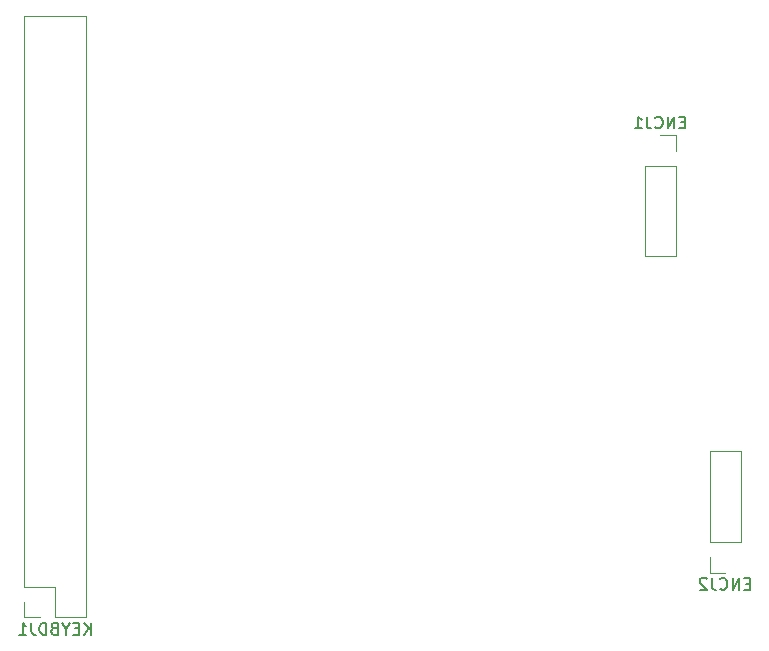
<source format=gbr>
G04 #@! TF.GenerationSoftware,KiCad,Pcbnew,(5.1.5)-3*
G04 #@! TF.CreationDate,2020-01-30T23:29:56+01:00*
G04 #@! TF.ProjectId,3003,33303033-2e6b-4696-9361-645f70636258,rev?*
G04 #@! TF.SameCoordinates,Original*
G04 #@! TF.FileFunction,Legend,Bot*
G04 #@! TF.FilePolarity,Positive*
%FSLAX46Y46*%
G04 Gerber Fmt 4.6, Leading zero omitted, Abs format (unit mm)*
G04 Created by KiCad (PCBNEW (5.1.5)-3) date 2020-01-30 23:29:56*
%MOMM*%
%LPD*%
G04 APERTURE LIST*
%ADD10C,0.120000*%
%ADD11C,0.150000*%
G04 APERTURE END LIST*
D10*
X189830000Y-40970000D02*
X188500000Y-40970000D01*
X189830000Y-42300000D02*
X189830000Y-40970000D01*
X189830000Y-43570000D02*
X187170000Y-43570000D01*
X187170000Y-43570000D02*
X187170000Y-51250000D01*
X189830000Y-43570000D02*
X189830000Y-51250000D01*
X189830000Y-51250000D02*
X187170000Y-51250000D01*
X192670000Y-78030000D02*
X194000000Y-78030000D01*
X192670000Y-76700000D02*
X192670000Y-78030000D01*
X192670000Y-75430000D02*
X195330000Y-75430000D01*
X195330000Y-75430000D02*
X195330000Y-67750000D01*
X192670000Y-75430000D02*
X192670000Y-67750000D01*
X192670000Y-67750000D02*
X195330000Y-67750000D01*
X134670000Y-81830000D02*
X136000000Y-81830000D01*
X134670000Y-80500000D02*
X134670000Y-81830000D01*
X137270000Y-81830000D02*
X139870000Y-81830000D01*
X137270000Y-79230000D02*
X137270000Y-81830000D01*
X134670000Y-79230000D02*
X137270000Y-79230000D01*
X139870000Y-81830000D02*
X139870000Y-30910000D01*
X134670000Y-79230000D02*
X134670000Y-30910000D01*
X134670000Y-30910000D02*
X139870000Y-30910000D01*
D11*
X190595238Y-39898571D02*
X190261904Y-39898571D01*
X190119047Y-40422380D02*
X190595238Y-40422380D01*
X190595238Y-39422380D01*
X190119047Y-39422380D01*
X189690476Y-40422380D02*
X189690476Y-39422380D01*
X189119047Y-40422380D01*
X189119047Y-39422380D01*
X188071428Y-40327142D02*
X188119047Y-40374761D01*
X188261904Y-40422380D01*
X188357142Y-40422380D01*
X188500000Y-40374761D01*
X188595238Y-40279523D01*
X188642857Y-40184285D01*
X188690476Y-39993809D01*
X188690476Y-39850952D01*
X188642857Y-39660476D01*
X188595238Y-39565238D01*
X188500000Y-39470000D01*
X188357142Y-39422380D01*
X188261904Y-39422380D01*
X188119047Y-39470000D01*
X188071428Y-39517619D01*
X187357142Y-39422380D02*
X187357142Y-40136666D01*
X187404761Y-40279523D01*
X187500000Y-40374761D01*
X187642857Y-40422380D01*
X187738095Y-40422380D01*
X186357142Y-40422380D02*
X186928571Y-40422380D01*
X186642857Y-40422380D02*
X186642857Y-39422380D01*
X186738095Y-39565238D01*
X186833333Y-39660476D01*
X186928571Y-39708095D01*
X196095238Y-78958571D02*
X195761904Y-78958571D01*
X195619047Y-79482380D02*
X196095238Y-79482380D01*
X196095238Y-78482380D01*
X195619047Y-78482380D01*
X195190476Y-79482380D02*
X195190476Y-78482380D01*
X194619047Y-79482380D01*
X194619047Y-78482380D01*
X193571428Y-79387142D02*
X193619047Y-79434761D01*
X193761904Y-79482380D01*
X193857142Y-79482380D01*
X194000000Y-79434761D01*
X194095238Y-79339523D01*
X194142857Y-79244285D01*
X194190476Y-79053809D01*
X194190476Y-78910952D01*
X194142857Y-78720476D01*
X194095238Y-78625238D01*
X194000000Y-78530000D01*
X193857142Y-78482380D01*
X193761904Y-78482380D01*
X193619047Y-78530000D01*
X193571428Y-78577619D01*
X192857142Y-78482380D02*
X192857142Y-79196666D01*
X192904761Y-79339523D01*
X193000000Y-79434761D01*
X193142857Y-79482380D01*
X193238095Y-79482380D01*
X192428571Y-78577619D02*
X192380952Y-78530000D01*
X192285714Y-78482380D01*
X192047619Y-78482380D01*
X191952380Y-78530000D01*
X191904761Y-78577619D01*
X191857142Y-78672857D01*
X191857142Y-78768095D01*
X191904761Y-78910952D01*
X192476190Y-79482380D01*
X191857142Y-79482380D01*
X140270000Y-83282380D02*
X140270000Y-82282380D01*
X139698571Y-83282380D02*
X140127142Y-82710952D01*
X139698571Y-82282380D02*
X140270000Y-82853809D01*
X139270000Y-82758571D02*
X138936666Y-82758571D01*
X138793809Y-83282380D02*
X139270000Y-83282380D01*
X139270000Y-82282380D01*
X138793809Y-82282380D01*
X138174761Y-82806190D02*
X138174761Y-83282380D01*
X138508095Y-82282380D02*
X138174761Y-82806190D01*
X137841428Y-82282380D01*
X137174761Y-82758571D02*
X137031904Y-82806190D01*
X136984285Y-82853809D01*
X136936666Y-82949047D01*
X136936666Y-83091904D01*
X136984285Y-83187142D01*
X137031904Y-83234761D01*
X137127142Y-83282380D01*
X137508095Y-83282380D01*
X137508095Y-82282380D01*
X137174761Y-82282380D01*
X137079523Y-82330000D01*
X137031904Y-82377619D01*
X136984285Y-82472857D01*
X136984285Y-82568095D01*
X137031904Y-82663333D01*
X137079523Y-82710952D01*
X137174761Y-82758571D01*
X137508095Y-82758571D01*
X136508095Y-83282380D02*
X136508095Y-82282380D01*
X136270000Y-82282380D01*
X136127142Y-82330000D01*
X136031904Y-82425238D01*
X135984285Y-82520476D01*
X135936666Y-82710952D01*
X135936666Y-82853809D01*
X135984285Y-83044285D01*
X136031904Y-83139523D01*
X136127142Y-83234761D01*
X136270000Y-83282380D01*
X136508095Y-83282380D01*
X135222380Y-82282380D02*
X135222380Y-82996666D01*
X135270000Y-83139523D01*
X135365238Y-83234761D01*
X135508095Y-83282380D01*
X135603333Y-83282380D01*
X134222380Y-83282380D02*
X134793809Y-83282380D01*
X134508095Y-83282380D02*
X134508095Y-82282380D01*
X134603333Y-82425238D01*
X134698571Y-82520476D01*
X134793809Y-82568095D01*
M02*

</source>
